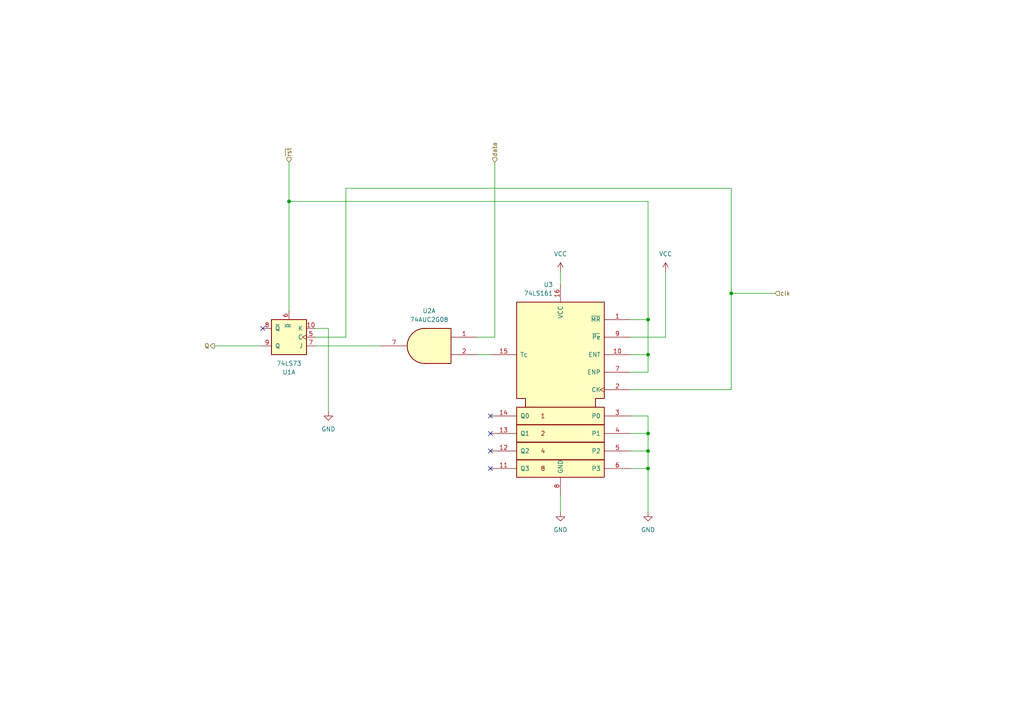
<source format=kicad_sch>
(kicad_sch (version 20250114) (generator "eeschema") (generator_version "9.0")
  (paper "A4")
  (lib_symbols
    (symbol "74xGxx:74AUC2G08"
      (property "Reference" "U" (at -2.54 3.81 0))
      (property "Value" "74AUC2G08" (at 0 -3.81 0))
      (symbol "74AUC2G08_1_1"
        (arc (start 0 5.08) (mid 5.0579 0) (end 0 -5.08) (stroke (width 0.254)) (fill (type background)))
        (polyline (pts (xy 0 -5.08) (xy -7.62 -5.08) (xy -7.62 5.08) (xy 0 5.08)) (stroke (width 0.254)) (fill (type background)))
        (pin input line (at -15.24 2.54 0) (length 7.62) (name "~") (number "1"))
        (pin input line (at -15.24 -2.54 0) (length 7.62) (name "~") (number "2"))
        (pin output line (at 12.7 0 180) (length 7.62) (name "~") (number "7"))
      )
      (symbol "74AUC2G08_2_1"
        (arc (start 0 5.08) (mid 5.0579 0) (end 0 -5.08) (stroke (width 0.254)) (fill (type background)))
        (polyline (pts (xy 0 -5.08) (xy -7.62 -5.08) (xy -7.62 5.08) (xy 0 5.08)) (stroke (width 0.254)) (fill (type background)))
        (pin input line (at -15.24 2.54 0) (length 7.62) (name "~") (number "5"))
        (pin input line (at -15.24 -2.54 0) (length 7.62) (name "~") (number "6"))
        (pin output line (at 12.7 0 180) (length 7.62) (name "~") (number "3"))
      )
      (symbol "74AUC2G08_3_0"
        (rectangle (start -5.08 -5.08) (end 5.08 5.08) (stroke (width 0.254)) (fill (type background)))
      )
      (symbol "74AUC2G08_3_1"
        (pin power_in line (at 0 10.16 270) (length 5.08) (name "VCC") (number "8"))
        (pin power_in line (at 0 -10.16 90) (length 5.08) (name "GND") (number "4"))
      )
    )
    (symbol "74xx:74LS73" (pin_names (offset 1.016))
      (property "Reference" "U" (at -7.62 8.89 0))
      (property "Value" "74LS73" (at -7.62 -8.89 0))
      (symbol "74LS73_1_0"
        (pin input line (at -7.62 2.54 0) (length 2.54) (name "J") (number "7"))
        (pin input clock (at -7.62 0 0) (length 2.54) (name "C") (number "5"))
        (pin input line (at -7.62 -2.54 0) (length 2.54) (name "K") (number "10"))
        (pin input line (at 0 -7.62 90) (length 2.54) (name "~{R}") (number "6"))
        (pin output line (at 7.62 2.54 180) (length 2.54) (name "Q") (number "9"))
        (pin output line (at 7.62 -2.54 180) (length 2.54) (name "~{Q}") (number "8"))
      )
      (symbol "74LS73_1_1"
        (rectangle (start -5.08 5.08) (end 5.08 -5.08) (stroke (width 0.254)) (fill (type background)))
      )
      (symbol "74LS73_2_0"
        (pin input line (at -7.62 2.54 0) (length 2.54) (name "J") (number "14"))
        (pin input clock (at -7.62 0 0) (length 2.54) (name "C") (number "1"))
        (pin input line (at -7.62 -2.54 0) (length 2.54) (name "K") (number "3"))
        (pin input line (at 0 -7.62 90) (length 2.54) (name "~{R}") (number "2"))
        (pin output line (at 7.62 2.54 180) (length 2.54) (name "Q") (number "12"))
        (pin output line (at 7.62 -2.54 180) (length 2.54) (name "~{Q}") (number "13"))
      )
      (symbol "74LS73_2_1"
        (rectangle (start -5.08 5.08) (end 5.08 -5.08) (stroke (width 0.254)) (fill (type background)))
      )
      (symbol "74LS73_3_0"
        (pin power_in line (at 0 10.16 270) (length 2.54) (name "VCC") (number "4"))
        (pin power_in line (at 0 -10.16 90) (length 2.54) (name "GND") (number "11"))
      )
      (symbol "74LS73_3_1"
        (rectangle (start -5.08 7.62) (end 5.08 -7.62) (stroke (width 0.254)) (fill (type background)))
      )
    )
    (symbol "74xx_IEEE:74LS161" (pin_names (offset 1.016))
      (property "Reference" "U" (at 15.24 30.48 0))
      (property "Value" "74LS161" (at 15.24 -27.94 0))
      (symbol "74LS161_0_0"
        (rectangle (start -12.7 -2.54) (end 12.7 -7.62) (stroke (width 0.254)) (fill (type background)))
        (rectangle (start -12.7 -7.62) (end 12.7 -12.7) (stroke (width 0.254)) (fill (type background)))
        (rectangle (start -12.7 -12.7) (end 12.7 -17.78) (stroke (width 0.254)) (fill (type background)))
        (rectangle (start -12.7 -17.78) (end 12.7 -22.86) (stroke (width 0.254)) (fill (type background)))
        (polyline (pts (xy -10.16 -2.54) (xy -10.16 0) (xy -12.7 0) (xy -12.7 27.94) (xy 12.7 27.94) (xy 12.7 0) (xy 10.16 0) (xy 10.16 -2.54) (xy 10.16 -2.54)) (stroke (width 0.254)) (fill (type background)))
        (text "1" (at 5.08 -5.08 0) (effects (font (size 1.27 1.27))))
        (text "2" (at 5.08 -10.16 0) (effects (font (size 1.27 1.27))))
        (text "4" (at 5.08 -15.24 0) (effects (font (size 1.27 1.27))))
        (text "8" (at 5.08 -20.32 0) (effects (font (size 1.27 1.27))))
        (pin power_in line (at 0 33.02 270) (length 5.08) (name "VCC") (number "16"))
        (pin power_in line (at 0 -27.94 90) (length 5.08) (name "GND") (number "8"))
      )
      (symbol "74LS161_1_1"
        (pin input line (at -20.32 22.86 0) (length 7.62) (name "~{MR}") (number "1"))
        (pin input line (at -20.32 17.78 0) (length 7.62) (name "~{Pe}") (number "9"))
        (pin input line (at -20.32 12.7 0) (length 7.62) (name "ENT") (number "10"))
        (pin input line (at -20.32 7.62 0) (length 7.62) (name "ENP") (number "7"))
        (pin input clock (at -20.32 2.54 0) (length 7.62) (name "CK") (number "2"))
        (pin input line (at -20.32 -5.08 0) (length 7.62) (name "P0") (number "3"))
        (pin input line (at -20.32 -10.16 0) (length 7.62) (name "P1") (number "4"))
        (pin input line (at -20.32 -15.24 0) (length 7.62) (name "P2") (number "5"))
        (pin input line (at -20.32 -20.32 0) (length 7.62) (name "P3") (number "6"))
        (pin output line (at 20.32 12.7 180) (length 7.62) (name "Tc") (number "15"))
        (pin output line (at 20.32 -5.08 180) (length 7.62) (name "Q0") (number "14"))
        (pin output line (at 20.32 -10.16 180) (length 7.62) (name "Q1") (number "13"))
        (pin output line (at 20.32 -15.24 180) (length 7.62) (name "Q2") (number "12"))
        (pin output line (at 20.32 -20.32 180) (length 7.62) (name "Q3") (number "11"))
      )
    )
    (symbol "power:GND" (power) (pin_numbers (hide yes)) (pin_names (offset 0) (hide yes))
      (property "Value" "GND" (at 0 -3.81 0))
      (symbol "GND_0_1"
        (polyline (pts (xy 0 0) (xy 0 -1.27) (xy 1.27 -1.27) (xy 0 -2.54) (xy -1.27 -1.27) (xy 0 -1.27)))
      )
      (symbol "GND_1_1"
        (pin power_in line (at 0 0 270) (length 0) (name "~") (number "1"))
      )
    )
    (symbol "power:VCC" (power) (pin_numbers (hide yes)) (pin_names (offset 0) (hide yes))
      (property "Value" "VCC" (at 0 3.556 0))
      (symbol "VCC_0_1"
        (polyline (pts (xy -0.762 1.27) (xy 0 2.54)))
        (polyline (pts (xy 0 2.54) (xy 0.762 1.27)))
        (polyline (pts (xy 0 0) (xy 0 2.54)))
      )
      (symbol "VCC_1_1"
        (pin power_in line (at 0 0 90) (length 0) (name "~") (number "1"))
      )
    )
  )
  (junction (at 187.96 102.87))
  (junction (at 187.96 92.71))
  (junction (at 187.96 130.81))
  (junction (at 187.96 125.73))
  (junction (at 83.82 58.42))
  (junction (at 187.96 135.89))
  (junction (at 212.09 85.09))
  (no_connect (at 76.2 95.25))
  (no_connect (at 142.24 135.89))
  (no_connect (at 142.24 130.81))
  (no_connect (at 142.24 125.73))
  (no_connect (at 142.24 120.65))
  (wire (pts (xy 187.96 107.95) (xy 187.96 102.87)))
  (wire (pts (xy 162.56 78.74) (xy 162.56 82.55)))
  (wire (pts (xy 182.88 97.79) (xy 193.04 97.79)))
  (wire (pts (xy 83.82 46.99) (xy 83.82 58.42)))
  (wire (pts (xy 187.96 120.65) (xy 187.96 125.73)))
  (wire (pts (xy 162.56 143.51) (xy 162.56 148.59)))
  (wire (pts (xy 187.96 92.71) (xy 182.88 92.71)))
  (wire (pts (xy 143.51 46.99) (xy 143.51 97.79)))
  (wire (pts (xy 187.96 135.89) (xy 182.88 135.89)))
  (wire (pts (xy 193.04 97.79) (xy 193.04 78.74)))
  (wire (pts (xy 187.96 125.73) (xy 187.96 130.81)))
  (wire (pts (xy 187.96 102.87) (xy 182.88 102.87)))
  (wire (pts (xy 212.09 85.09) (xy 224.79 85.09)))
  (wire (pts (xy 100.33 97.79) (xy 91.44 97.79)))
  (wire (pts (xy 187.96 135.89) (xy 187.96 148.59)))
  (wire (pts (xy 212.09 85.09) (xy 212.09 54.61)))
  (wire (pts (xy 187.96 58.42) (xy 83.82 58.42)))
  (wire (pts (xy 212.09 113.03) (xy 212.09 85.09)))
  (wire (pts (xy 142.24 102.87) (xy 138.43 102.87)))
  (wire (pts (xy 91.44 100.33) (xy 110.49 100.33)))
  (wire (pts (xy 187.96 92.71) (xy 187.96 58.42)))
  (wire (pts (xy 143.51 97.79) (xy 138.43 97.79)))
  (wire (pts (xy 212.09 54.61) (xy 100.33 54.61)))
  (wire (pts (xy 187.96 130.81) (xy 182.88 130.81)))
  (wire (pts (xy 182.88 107.95) (xy 187.96 107.95)))
  (wire (pts (xy 187.96 102.87) (xy 187.96 92.71)))
  (wire (pts (xy 182.88 113.03) (xy 212.09 113.03)))
  (wire (pts (xy 187.96 125.73) (xy 182.88 125.73)))
  (wire (pts (xy 83.82 58.42) (xy 83.82 90.17)))
  (wire (pts (xy 91.44 95.25) (xy 95.25 95.25)))
  (wire (pts (xy 95.25 95.25) (xy 95.25 119.38)))
  (wire (pts (xy 187.96 130.81) (xy 187.96 135.89)))
  (wire (pts (xy 100.33 54.61) (xy 100.33 97.79)))
  (wire (pts (xy 62.23 100.33) (xy 76.2 100.33)))
  (wire (pts (xy 182.88 120.65) (xy 187.96 120.65)))
  (hierarchical_label "~{rst}" (shape input) (at 83.82 46.99 90))
  (hierarchical_label "Q" (shape output) (at 62.23 100.33 180))
  (hierarchical_label "data" (shape input) (at 143.51 46.99 90))
  (hierarchical_label "clk" (shape input) (at 224.79 85.09 0))
  (symbol (lib_id "74xx:74LS73") (at 83.82 97.79 180) (unit 1)
    (property "Reference" "U1" (at 83.82 107.95 0))
    (property "Value" "74LS73" (at 83.82 105.41 0))
    (property "Datasheet" "http://www.ti.com/lit/gpn/sn74LS73" (effects (hide yes)))
    (property "Description" "Dual JK Flip-Flop, reset" (effects (hide yes)))
  )
  (symbol (lib_id "power:GND") (at 95.25 119.38 0) (mirror y) (unit 1)
    (property "Reference" "#PWR01" (effects (hide yes)))
    (property "Value" "GND" (at 95.25 124.46 0))
    (property "Description" "Power symbol creates a global label with name \"GND\" , ground" (effects (hide yes)))
  )
  (symbol (lib_id "power:GND") (at 187.96 148.59 0) (mirror y) (unit 1)
    (property "Reference" "#PWR04" (effects (hide yes)))
    (property "Value" "GND" (at 187.96 153.67 0))
    (property "Description" "Power symbol creates a global label with name \"GND\" , ground" (effects (hide yes)))
  )
  (symbol (lib_id "74xGxx:74AUC2G08") (at 123.19 100.33 0) (mirror y) (unit 1)
    (property "Reference" "U2" (at 124.4711 90.17 0))
    (property "Value" "74AUC2G08" (at 124.4711 92.71 0))
    (property "Datasheet" "http://www.ti.com/lit/sg/scyt129e/scyt129e.pdf" (effects (hide yes)))
    (property "Description" "Dual AND Gate, Low-Voltage CMOS" (effects (hide yes)))
  )
  (symbol (lib_id "power:VCC") (at 193.04 78.74 0) (mirror y) (unit 1)
    (property "Reference" "#PWR05" (effects (hide yes)))
    (property "Value" "VCC" (at 193.04 73.66 0))
    (property "Description" "Power symbol creates a global label with name \"VCC\"" (effects (hide yes)))
  )
  (symbol (lib_id "74xx_IEEE:74LS161") (at 162.56 115.57 0) (mirror y) (unit 1)
    (property "Reference" "U3" (at 160.4167 82.55 0) (effects (justify left)))
    (property "Value" "74LS161" (at 160.4167 85.09 0) (effects (justify left)))
  )
  (symbol (lib_id "power:GND") (at 162.56 148.59 0) (mirror y) (unit 1)
    (property "Reference" "#PWR03" (effects (hide yes)))
    (property "Value" "GND" (at 162.56 153.67 0))
    (property "Description" "Power symbol creates a global label with name \"GND\" , ground" (effects (hide yes)))
  )
  (symbol (lib_id "power:VCC") (at 162.56 78.74 0) (mirror y) (unit 1)
    (property "Reference" "#PWR02" (effects (hide yes)))
    (property "Value" "VCC" (at 162.56 73.66 0))
    (property "Description" "Power symbol creates a global label with name \"VCC\"" (effects (hide yes)))
  )
)
</source>
